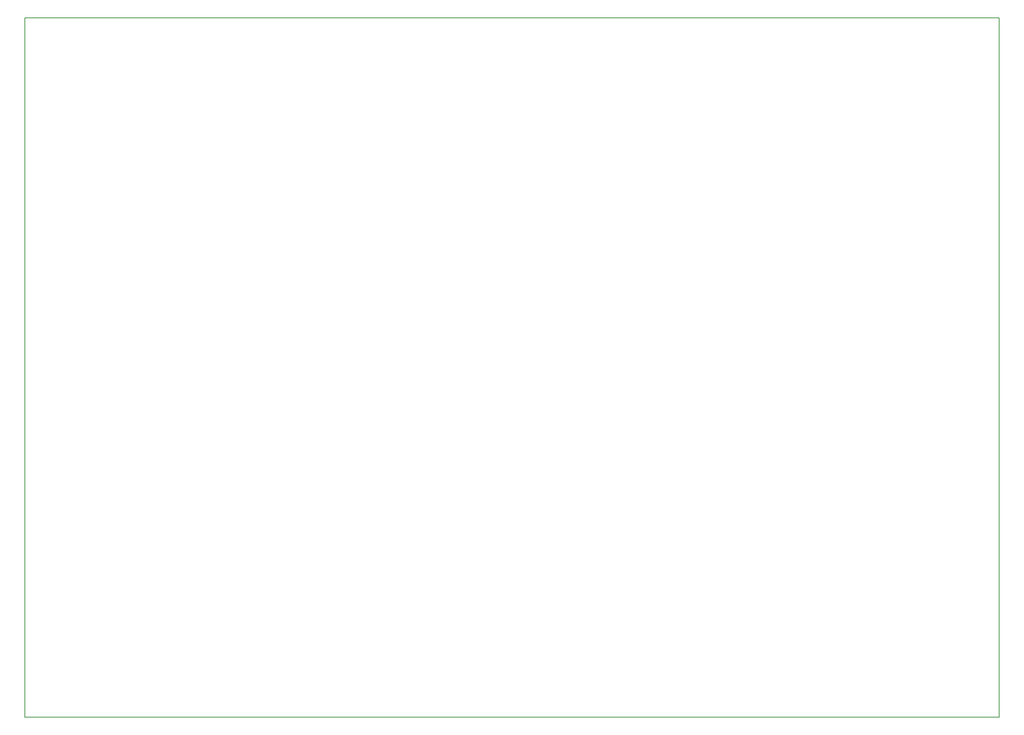
<source format=gbr>
%TF.GenerationSoftware,KiCad,Pcbnew,6.0.2+dfsg-1*%
%TF.CreationDate,2022-11-03T12:06:56-07:00*%
%TF.ProjectId,slot_track,736c6f74-5f74-4726-9163-6b2e6b696361,rev?*%
%TF.SameCoordinates,Original*%
%TF.FileFunction,Profile,NP*%
%FSLAX46Y46*%
G04 Gerber Fmt 4.6, Leading zero omitted, Abs format (unit mm)*
G04 Created by KiCad (PCBNEW 6.0.2+dfsg-1) date 2022-11-03 12:06:56*
%MOMM*%
%LPD*%
G01*
G04 APERTURE LIST*
%TA.AperFunction,Profile*%
%ADD10C,0.200000*%
%TD*%
G04 APERTURE END LIST*
D10*
X87500000Y-65900000D02*
X300000000Y-65900000D01*
X300000000Y-65900000D02*
X300000000Y-218500000D01*
X300000000Y-218500000D02*
X87500000Y-218500000D01*
X87500000Y-218500000D02*
X87500000Y-65900000D01*
M02*

</source>
